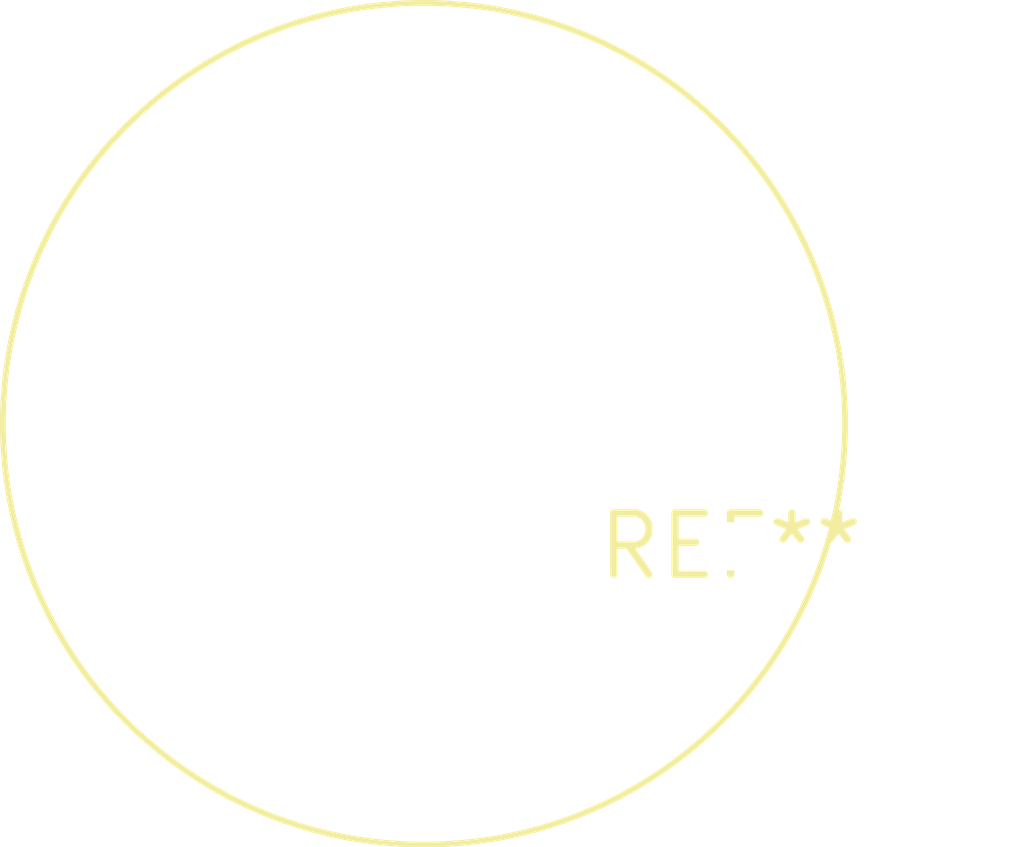
<source format=kicad_pcb>
(kicad_pcb (version 20240108) (generator pcbnew)
  (layers (0 "F.Cu" signal) (31 "B.Cu" signal) (34 "B.Paste" user) (35 "F.Paste" user) (36 "B.SilkS" user "B.Silkscreen") (37 "F.SilkS" user "F.Silkscreen") (38 "B.Mask" user) (39 "F.Mask" user) (44 "Edge.Cuts" user))
  (net 0 "")
  (footprint "Valve_Mini_P" (layer "F.Cu") (at 0 0)
    (property "Reference" "REF**")
    (property "Value" "Valve_Mini_P")
    (fp_circle (center -6.35 -2.54) (end 1.4 1.46) (layer "F.SilkS") (stroke (width 0.12)) (fill none))
    (pad "1" thru_hole rect (at 0 0) (size 2.54 2.54) (drill 1) (layers *.Cu *.Mask) (remove_unused_layers))
    (pad "2" thru_hole circle (at 0 -5.08) (size 2.54 2.54) (drill 1) (layers *.Cu *.Mask) (remove_unused_layers))
    (pad "3" thru_hole circle (at -3.81 -8.89) (size 2.54 2.54) (drill 1) (layers *.Cu *.Mask) (remove_unused_layers))
    (pad "4" thru_hole circle (at -8.89 -8.89) (size 2.54 2.54) (drill 1) (layers *.Cu *.Mask) (remove_unused_layers))
    (pad "5" thru_hole circle (at -12.7 -5.08) (size 2.54 2.54) (drill 1) (layers *.Cu *.Mask) (remove_unused_layers))
    (pad "6" thru_hole circle (at -12.7 0) (size 2.54 2.54) (drill 1) (layers *.Cu *.Mask) (remove_unused_layers))
    (pad "7" thru_hole circle (at -8.89 3.81) (size 2.54 2.54) (drill 1) (layers *.Cu *.Mask) (remove_unused_layers))
  )
)
</source>
